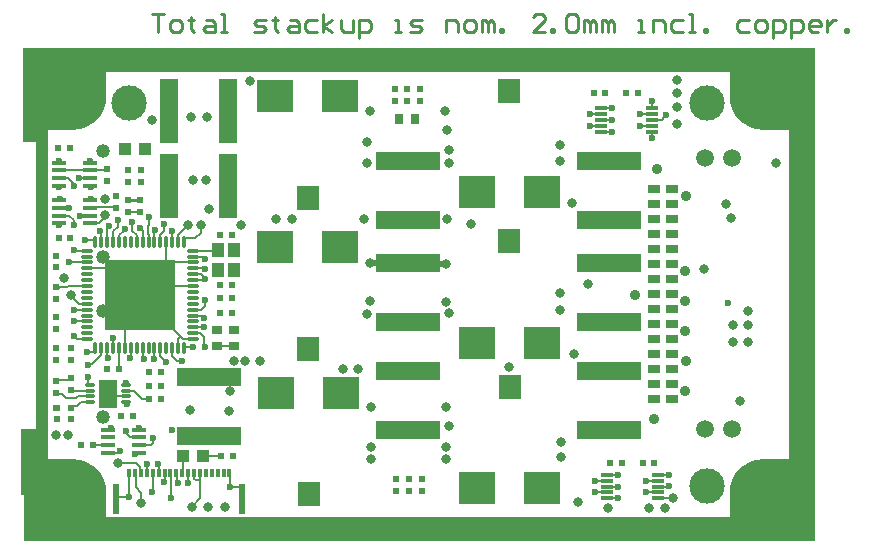
<source format=gtl>
G04 Layer_Physical_Order=1*
G04 Layer_Color=255*
%FSLAX44Y44*%
%MOMM*%
G71*
G01*
G75*
%ADD10R,1.5000X5.4000*%
%ADD11R,5.4000X1.5000*%
%ADD12R,1.1000X1.0000*%
G04:AMPARAMS|DCode=13|XSize=0.3mm|YSize=1mm|CornerRadius=0.12mm|HoleSize=0mm|Usage=FLASHONLY|Rotation=180.000|XOffset=0mm|YOffset=0mm|HoleType=Round|Shape=RoundedRectangle|*
%AMROUNDEDRECTD13*
21,1,0.3000,0.7600,0,0,180.0*
21,1,0.0600,1.0000,0,0,180.0*
1,1,0.2400,-0.0300,0.3800*
1,1,0.2400,0.0300,0.3800*
1,1,0.2400,0.0300,-0.3800*
1,1,0.2400,-0.0300,-0.3800*
%
%ADD13ROUNDEDRECTD13*%
G04:AMPARAMS|DCode=14|XSize=0.3mm|YSize=1mm|CornerRadius=0.12mm|HoleSize=0mm|Usage=FLASHONLY|Rotation=90.000|XOffset=0mm|YOffset=0mm|HoleType=Round|Shape=RoundedRectangle|*
%AMROUNDEDRECTD14*
21,1,0.3000,0.7600,0,0,90.0*
21,1,0.0600,1.0000,0,0,90.0*
1,1,0.2400,0.3800,0.0300*
1,1,0.2400,0.3800,-0.0300*
1,1,0.2400,-0.3800,-0.0300*
1,1,0.2400,-0.3800,0.0300*
%
%ADD14ROUNDEDRECTD14*%
%ADD15R,6.0000X6.0000*%
%ADD16R,0.8000X0.9000*%
G04:AMPARAMS|DCode=17|XSize=0.3mm|YSize=1.1mm|CornerRadius=0.075mm|HoleSize=0mm|Usage=FLASHONLY|Rotation=270.000|XOffset=0mm|YOffset=0mm|HoleType=Round|Shape=RoundedRectangle|*
%AMROUNDEDRECTD17*
21,1,0.3000,0.9500,0,0,270.0*
21,1,0.1500,1.1000,0,0,270.0*
1,1,0.1500,-0.4750,-0.0750*
1,1,0.1500,-0.4750,0.0750*
1,1,0.1500,0.4750,0.0750*
1,1,0.1500,0.4750,-0.0750*
%
%ADD17ROUNDEDRECTD17*%
%ADD18R,0.9000X0.8000*%
%ADD19R,1.2200X0.4000*%
%ADD20R,3.1000X2.8000*%
%ADD21R,1.9000X2.0000*%
G04:AMPARAMS|DCode=22|XSize=0.3mm|YSize=0.8mm|CornerRadius=0.075mm|HoleSize=0mm|Usage=FLASHONLY|Rotation=270.000|XOffset=0mm|YOffset=0mm|HoleType=Round|Shape=RoundedRectangle|*
%AMROUNDEDRECTD22*
21,1,0.3000,0.6500,0,0,270.0*
21,1,0.1500,0.8000,0,0,270.0*
1,1,0.1500,-0.3250,-0.0750*
1,1,0.1500,-0.3250,0.0750*
1,1,0.1500,0.3250,0.0750*
1,1,0.1500,0.3250,-0.0750*
%
%ADD22ROUNDEDRECTD22*%
%ADD23R,1.6500X2.4000*%
%ADD24R,0.6000X2.6000*%
%ADD25R,0.3000X0.7000*%
%ADD26R,1.1000X1.2000*%
%ADD27R,1.1400X0.7500*%
%ADD28R,0.6000X0.6000*%
%ADD29R,0.6000X0.6000*%
%ADD30C,0.5000*%
%ADD31C,0.2000*%
%ADD32C,0.3000*%
%ADD33C,0.2500*%
%ADD34C,0.2540*%
%ADD35R,58.8500X2.0300*%
%ADD36R,58.8500X1.9950*%
%ADD37R,2.2250X33.7300*%
%ADD38R,1.0000X33.7000*%
%ADD39C,1.1900*%
%ADD40C,3.0000*%
%ADD41C,6.0000*%
%ADD42C,1.5000*%
%ADD43C,0.8000*%
%ADD44C,0.6000*%
%ADD45C,0.9000*%
%ADD46R,1.5750X33.7300*%
%ADD47R,58.8500X1.3500*%
%ADD48R,4.2000X6.9750*%
%ADD49R,6.9750X4.2000*%
%ADD50R,1.6750X3.9000*%
%ADD51R,1.6750X5.5750*%
%ADD52R,1.2750X0.8500*%
%ADD53R,0.8500X1.2750*%
D10*
X164250Y354950D02*
D03*
X114250D02*
D03*
Y291950D02*
D03*
X164250D02*
D03*
D11*
X148250Y130200D02*
D03*
Y80200D02*
D03*
X316192Y262450D02*
D03*
Y312450D02*
D03*
Y226200D02*
D03*
Y176200D02*
D03*
X316692Y84950D02*
D03*
Y134950D02*
D03*
X486250Y312450D02*
D03*
Y262450D02*
D03*
Y226200D02*
D03*
Y176200D02*
D03*
Y84950D02*
D03*
Y134950D02*
D03*
D12*
X126250Y62700D02*
D03*
X143250D02*
D03*
X93750Y322950D02*
D03*
X76750D02*
D03*
D13*
X51750Y154450D02*
D03*
X56750D02*
D03*
X61750D02*
D03*
X66750D02*
D03*
X71750D02*
D03*
X76750D02*
D03*
X81750D02*
D03*
X86750D02*
D03*
X91750D02*
D03*
X96750D02*
D03*
X101750D02*
D03*
X106750D02*
D03*
X111750D02*
D03*
X116750D02*
D03*
X121750D02*
D03*
X126750D02*
D03*
Y244450D02*
D03*
X121750D02*
D03*
X116750D02*
D03*
X111750D02*
D03*
X106750D02*
D03*
X101750D02*
D03*
X96750D02*
D03*
X91750D02*
D03*
X86750D02*
D03*
X81750D02*
D03*
X76750D02*
D03*
X71750D02*
D03*
X66750D02*
D03*
X61750D02*
D03*
X56750D02*
D03*
X51750D02*
D03*
D14*
X134250Y161950D02*
D03*
Y166950D02*
D03*
Y171950D02*
D03*
Y176950D02*
D03*
Y181950D02*
D03*
Y186950D02*
D03*
Y191950D02*
D03*
Y196950D02*
D03*
Y201950D02*
D03*
Y206950D02*
D03*
Y211950D02*
D03*
Y216950D02*
D03*
Y221950D02*
D03*
Y226950D02*
D03*
Y231950D02*
D03*
Y236950D02*
D03*
X44250D02*
D03*
Y231950D02*
D03*
Y226950D02*
D03*
Y221950D02*
D03*
Y216950D02*
D03*
Y211950D02*
D03*
Y206950D02*
D03*
Y201950D02*
D03*
Y196950D02*
D03*
Y191950D02*
D03*
Y186950D02*
D03*
Y181950D02*
D03*
Y176950D02*
D03*
Y171950D02*
D03*
Y166950D02*
D03*
Y161950D02*
D03*
D15*
X89250Y199450D02*
D03*
D16*
X308500Y348200D02*
D03*
X322500D02*
D03*
D17*
X480000Y337700D02*
D03*
X523000D02*
D03*
Y342700D02*
D03*
Y347700D02*
D03*
X480000Y342700D02*
D03*
Y347700D02*
D03*
Y352700D02*
D03*
Y357700D02*
D03*
X523000Y352700D02*
D03*
Y357700D02*
D03*
X527750Y47167D02*
D03*
Y42167D02*
D03*
X484750Y47167D02*
D03*
Y42167D02*
D03*
Y37167D02*
D03*
Y32167D02*
D03*
X527750Y37167D02*
D03*
Y32167D02*
D03*
Y27167D02*
D03*
X484750D02*
D03*
D18*
X155000Y155950D02*
D03*
Y169950D02*
D03*
X169000Y155950D02*
D03*
Y169950D02*
D03*
D19*
X88600Y78950D02*
D03*
Y72450D02*
D03*
X62400Y85450D02*
D03*
Y78950D02*
D03*
Y72450D02*
D03*
Y65950D02*
D03*
X88600D02*
D03*
Y85450D02*
D03*
X47350Y272950D02*
D03*
Y266450D02*
D03*
X21150Y279450D02*
D03*
Y272950D02*
D03*
Y266450D02*
D03*
Y259950D02*
D03*
X47350D02*
D03*
Y279450D02*
D03*
Y304950D02*
D03*
Y298450D02*
D03*
X21150Y311450D02*
D03*
Y304950D02*
D03*
Y298450D02*
D03*
Y291950D02*
D03*
X47350D02*
D03*
Y311450D02*
D03*
D20*
X204697Y116700D02*
D03*
X259697D02*
D03*
X430197Y35700D02*
D03*
X375197D02*
D03*
X204197Y239700D02*
D03*
X259197D02*
D03*
X429697Y158700D02*
D03*
X374697D02*
D03*
X203947Y367450D02*
D03*
X258947D02*
D03*
X429447Y286450D02*
D03*
X374447D02*
D03*
D21*
X232197Y30700D02*
D03*
X402697Y121700D02*
D03*
X231697Y153700D02*
D03*
X402197Y244700D02*
D03*
X231447Y281450D02*
D03*
X401947Y372450D02*
D03*
D22*
X77250Y108450D02*
D03*
Y113450D02*
D03*
Y118450D02*
D03*
Y123450D02*
D03*
X47250D02*
D03*
Y118450D02*
D03*
Y113450D02*
D03*
Y108450D02*
D03*
D23*
X62250Y115950D02*
D03*
D24*
X69250Y26700D02*
D03*
X176250D02*
D03*
D25*
X165250Y48700D02*
D03*
X160250D02*
D03*
X155250D02*
D03*
X150250D02*
D03*
X145250D02*
D03*
X140250D02*
D03*
X135250D02*
D03*
X130250D02*
D03*
X80250D02*
D03*
X85250D02*
D03*
X90250D02*
D03*
X95250D02*
D03*
X100250D02*
D03*
X105250D02*
D03*
X110250D02*
D03*
X115250D02*
D03*
X120250D02*
D03*
X125250D02*
D03*
D26*
X155250Y220700D02*
D03*
Y237700D02*
D03*
X169250D02*
D03*
Y220700D02*
D03*
D27*
X540100Y111650D02*
D03*
Y124350D02*
D03*
Y137050D02*
D03*
Y149750D02*
D03*
Y162450D02*
D03*
Y175150D02*
D03*
Y187850D02*
D03*
Y200550D02*
D03*
Y213250D02*
D03*
Y225950D02*
D03*
Y238650D02*
D03*
Y251350D02*
D03*
Y264050D02*
D03*
Y276750D02*
D03*
Y289450D02*
D03*
X524500D02*
D03*
Y276750D02*
D03*
Y264050D02*
D03*
Y251350D02*
D03*
Y238650D02*
D03*
Y225950D02*
D03*
Y213250D02*
D03*
Y200550D02*
D03*
Y187850D02*
D03*
Y175150D02*
D03*
Y162450D02*
D03*
Y149750D02*
D03*
Y137050D02*
D03*
Y124350D02*
D03*
Y111650D02*
D03*
D28*
X97500Y111200D02*
D03*
X107500D02*
D03*
X97500Y122700D02*
D03*
X107500D02*
D03*
X71750Y136700D02*
D03*
X61750D02*
D03*
X107500Y134200D02*
D03*
X97500D02*
D03*
X167250Y196700D02*
D03*
X157250D02*
D03*
Y250200D02*
D03*
X167250D02*
D03*
X157250Y208200D02*
D03*
X167250D02*
D03*
X158000Y63200D02*
D03*
X168000D02*
D03*
X20250Y323700D02*
D03*
X30250D02*
D03*
X83750Y96700D02*
D03*
X73750D02*
D03*
X20500Y247200D02*
D03*
X30500D02*
D03*
X157250Y184450D02*
D03*
X167250D02*
D03*
X39300Y72200D02*
D03*
X49300D02*
D03*
X501250Y370700D02*
D03*
X511250D02*
D03*
X473500D02*
D03*
X483500D02*
D03*
X515000Y56950D02*
D03*
X525000D02*
D03*
X497250D02*
D03*
X487250D02*
D03*
D29*
X31000Y128950D02*
D03*
Y118950D02*
D03*
X79250Y294950D02*
D03*
Y304950D02*
D03*
X90250D02*
D03*
Y294950D02*
D03*
X31000Y144700D02*
D03*
Y154700D02*
D03*
X18750Y116450D02*
D03*
Y126450D02*
D03*
X31050Y104000D02*
D03*
Y94000D02*
D03*
X18750Y205950D02*
D03*
Y195950D02*
D03*
X18750Y154700D02*
D03*
Y144700D02*
D03*
X18800Y104000D02*
D03*
Y94000D02*
D03*
X18750Y170450D02*
D03*
Y180450D02*
D03*
Y232700D02*
D03*
Y222700D02*
D03*
X79250Y269950D02*
D03*
Y279950D02*
D03*
X89250Y280000D02*
D03*
Y270000D02*
D03*
X69000Y282950D02*
D03*
Y272950D02*
D03*
X61250Y296200D02*
D03*
Y306200D02*
D03*
X326250Y373700D02*
D03*
Y363700D02*
D03*
X328000Y33700D02*
D03*
Y43700D02*
D03*
X305000Y373700D02*
D03*
Y363700D02*
D03*
X315750Y373700D02*
D03*
Y363700D02*
D03*
X306500Y43700D02*
D03*
Y33700D02*
D03*
X317250Y43700D02*
D03*
Y33700D02*
D03*
D30*
X295250Y226200D02*
X316192D01*
X284500D02*
X295250D01*
X336750Y225950D02*
X348250D01*
X316442D02*
X336750D01*
D31*
X33500Y291500D02*
Y293250D01*
X28300Y298450D02*
X33500Y293250D01*
X21150Y298450D02*
X28300D01*
X38250Y298500D02*
X47300D01*
X86500Y57200D02*
X89750Y53950D01*
Y49700D02*
Y53950D01*
Y49700D02*
X90750Y48700D01*
X165750Y36950D02*
X176000D01*
X165750D02*
X165750Y36950D01*
X165750Y36950D02*
Y48700D01*
X72000Y28700D02*
X80500D01*
Y48700D01*
X100750Y32950D02*
Y48700D01*
X70500Y57200D02*
X86500D01*
X143250Y62700D02*
X157500D01*
X125750Y48700D02*
Y62200D01*
X85750Y36450D02*
X90750Y31450D01*
X47350Y273700D02*
X69000D01*
X71750Y244450D02*
Y249950D01*
X91750Y244450D02*
Y253750D01*
X101750Y244450D02*
Y255500D01*
X111750Y221950D02*
Y244450D01*
X134250Y211950D02*
X145750D01*
X140750Y216950D02*
X145750Y211950D01*
X134250Y216950D02*
X140750D01*
X134250Y221950D02*
X144250D01*
X96750Y206950D02*
X134250D01*
Y236950D02*
X154500D01*
X134250Y231950D02*
X142250D01*
X116750Y226950D02*
X134250D01*
X77250Y118450D02*
X84250D01*
X64750Y113450D02*
X77250D01*
X66750Y154450D02*
Y163200D01*
X61750Y145700D02*
Y154450D01*
X33500Y176950D02*
X44250D01*
X120750Y41700D02*
X121750Y40700D01*
X120750Y41700D02*
Y48700D01*
X110750Y41700D02*
Y48700D01*
X109750Y40700D02*
X110750Y41700D01*
X115750Y29450D02*
Y48700D01*
X105750D02*
Y56200D01*
X76750Y154450D02*
Y186950D01*
X71750Y136950D02*
Y154450D01*
X77500Y82700D02*
X81250Y78950D01*
X77500Y82700D02*
Y84450D01*
X81250Y78950D02*
X88600D01*
X49300Y72450D02*
X62400D01*
Y65950D02*
X73000D01*
X30750Y118450D02*
X47250D01*
X95750Y48700D02*
Y56200D01*
X85750Y36450D02*
Y46700D01*
X130250Y40700D02*
Y48700D01*
X33500Y258950D02*
Y262700D01*
X29750Y266450D02*
X33500Y262700D01*
X21150Y266450D02*
X29750D01*
X21150Y304950D02*
X47350D01*
X60500D01*
X513000Y352700D02*
X523000D01*
X513000Y342700D02*
X523000D01*
X480000Y337700D02*
X489500D01*
X470500Y342700D02*
X480000D01*
Y347700D02*
X489500D01*
X470500Y352700D02*
X480000D01*
Y357700D02*
X489500D01*
X475033Y42167D02*
X484750D01*
Y47167D02*
X494217D01*
X484750Y37167D02*
X494217D01*
X475033Y32167D02*
X484750D01*
Y27167D02*
X494216D01*
X518250Y32200D02*
X527717D01*
X527750Y37167D02*
X536967D01*
X518283Y42167D02*
X527750D01*
Y47167D02*
X537217D01*
X527750Y27167D02*
X537217D01*
X81750Y148000D02*
Y154450D01*
X91750Y148000D02*
Y154450D01*
X71750Y249950D02*
X75750Y253950D01*
X88600Y72450D02*
X98750D01*
X100250Y73950D01*
Y78700D01*
X134750Y181950D02*
X141250D01*
X134500Y171950D02*
X143750D01*
X134750Y186950D02*
X141250D01*
X141250Y181950D02*
X142750Y180450D01*
X141250Y186950D02*
X144250Y189950D01*
X36250Y161950D02*
X44250D01*
X33250Y164950D02*
X36250Y161950D01*
X86750Y244450D02*
Y250200D01*
X522750Y337450D02*
X523000Y337700D01*
X522750Y331950D02*
Y337450D01*
X523000Y347700D02*
X531250D01*
X533250Y349700D01*
Y352200D01*
X523000Y357700D02*
Y363700D01*
X90750Y22950D02*
Y31450D01*
X45000Y151200D02*
X51750D01*
Y154450D01*
X34250Y236950D02*
X44250D01*
X42750Y246200D02*
X51750D01*
X61750Y244450D02*
X61750Y244450D01*
X144250Y189950D02*
Y194700D01*
X101750Y145950D02*
Y154700D01*
X56750Y244450D02*
Y252450D01*
X61750Y244450D02*
X62250Y244950D01*
X61750Y245450D02*
X62250Y244950D01*
X61750Y245450D02*
Y259200D01*
X47350Y259950D02*
X48100Y260700D01*
X106750Y147700D02*
Y154450D01*
Y147700D02*
X110750Y143700D01*
X112000D01*
X121750Y154450D02*
Y162000D01*
X125550Y162450D02*
X133750D01*
X134250Y161950D01*
Y166950D02*
X140250D01*
X143750Y163450D01*
Y155950D02*
Y163450D01*
X116750Y244450D02*
Y255450D01*
X84250Y118450D02*
X91250Y111450D01*
X95500D01*
X45500Y123450D02*
Y129700D01*
Y123450D02*
X47250D01*
X45500Y139950D02*
X46250Y140700D01*
X49250D01*
X56750Y148200D01*
Y154450D01*
X121750Y244450D02*
Y250450D01*
X39750Y108450D02*
X47250D01*
X36550Y105250D02*
X39750Y108450D01*
X29500Y226950D02*
X44250D01*
X130000Y258700D02*
Y258750D01*
X121750Y250450D02*
X130000Y258700D01*
X141000Y251950D02*
Y258200D01*
X80000Y146250D02*
X81750Y148000D01*
X91750Y148000D02*
X93500Y146250D01*
X81250Y144950D02*
X81750Y144450D01*
X81250Y144950D02*
Y146000D01*
X20500Y205200D02*
X21300Y206000D01*
X44250Y221950D02*
X66750D01*
X33500Y186250D02*
X34200Y186950D01*
X44250D01*
X37550Y191950D02*
X44250D01*
X30750Y198750D02*
Y199500D01*
Y198750D02*
X37550Y191950D01*
X18750Y116450D02*
X19950Y115250D01*
X23250D01*
X26500Y112000D01*
X35500D01*
X36950Y113450D01*
X47250D01*
X31500Y105250D02*
X36550D01*
X19800Y127500D02*
X29550D01*
X31000Y128950D01*
X142250Y231950D02*
X144750Y229450D01*
X126750Y244450D02*
Y247250D01*
X136300D01*
X141000Y251950D01*
X21300Y206000D02*
X27750D01*
X28700Y206950D01*
X44250D01*
X127050Y155000D02*
X134750D01*
X116750Y171250D02*
Y171950D01*
Y171250D02*
X124525Y163475D01*
X117250Y170750D02*
X125550Y162450D01*
X121750Y162000D02*
X123500Y163750D01*
X66750Y244450D02*
Y253250D01*
X70750Y257250D01*
Y263000D01*
X48100Y260700D02*
X54700D01*
X59750Y265750D01*
Y266700D01*
X83000Y253950D02*
Y261250D01*
Y253950D02*
X86750Y250200D01*
X89250Y256250D02*
X91750Y253750D01*
X79250Y269950D02*
X89200D01*
X106750Y244450D02*
Y250250D01*
X109750Y253250D01*
X108125Y259625D02*
X109750Y258000D01*
Y253250D02*
Y258000D01*
X96250Y251000D02*
X96750Y250500D01*
X96250Y251000D02*
Y257500D01*
X97500Y258750D01*
Y263500D01*
X96750Y264250D02*
X97500Y263500D01*
X96750Y243700D02*
Y244450D01*
Y250500D01*
X116750Y147500D02*
Y154450D01*
Y147500D02*
X121000Y143250D01*
X124250D01*
X133250Y20250D02*
X140250Y27250D01*
X135250Y43750D02*
Y48700D01*
Y43750D02*
X136500Y42500D01*
X140250D01*
Y27250D02*
Y42500D01*
Y48700D01*
X155000Y155950D02*
X169000D01*
D32*
X153500Y154950D02*
Y155100D01*
X153750Y154700D02*
X155000Y155950D01*
X153500Y154950D02*
X153750Y154700D01*
D33*
X79300Y280000D02*
X89250D01*
D34*
X99750Y436985D02*
X109907D01*
X104828D01*
Y421750D01*
X117524D02*
X122603D01*
X125142Y424289D01*
Y429367D01*
X122603Y431907D01*
X117524D01*
X114985Y429367D01*
Y424289D01*
X117524Y421750D01*
X132759Y434446D02*
Y431907D01*
X130220D01*
X135299D01*
X132759D01*
Y424289D01*
X135299Y421750D01*
X145455Y431907D02*
X150534D01*
X153073Y429367D01*
Y421750D01*
X145455D01*
X142916Y424289D01*
X145455Y426828D01*
X153073D01*
X158151Y421750D02*
X163229D01*
X160690D01*
Y436985D01*
X158151D01*
X186082Y421750D02*
X193700D01*
X196239Y424289D01*
X193700Y426828D01*
X188621D01*
X186082Y429367D01*
X188621Y431907D01*
X196239D01*
X203856Y434446D02*
Y431907D01*
X201317D01*
X206395D01*
X203856D01*
Y424289D01*
X206395Y421750D01*
X216552Y431907D02*
X221630D01*
X224170Y429367D01*
Y421750D01*
X216552D01*
X214013Y424289D01*
X216552Y426828D01*
X224170D01*
X239405Y431907D02*
X231787D01*
X229248Y429367D01*
Y424289D01*
X231787Y421750D01*
X239405D01*
X244483D02*
Y436985D01*
Y426828D02*
X252101Y431907D01*
X244483Y426828D02*
X252101Y421750D01*
X259718Y431907D02*
Y424289D01*
X262257Y421750D01*
X269875D01*
Y431907D01*
X274953Y416672D02*
Y431907D01*
X282571D01*
X285110Y429367D01*
Y424289D01*
X282571Y421750D01*
X274953D01*
X305423D02*
X310502D01*
X307963D01*
Y431907D01*
X305423D01*
X318119Y421750D02*
X325737D01*
X328276Y424289D01*
X325737Y426828D01*
X320658D01*
X318119Y429367D01*
X320658Y431907D01*
X328276D01*
X348590Y421750D02*
Y431907D01*
X356207D01*
X358746Y429367D01*
Y421750D01*
X366364D02*
X371442D01*
X373981Y424289D01*
Y429367D01*
X371442Y431907D01*
X366364D01*
X363825Y429367D01*
Y424289D01*
X366364Y421750D01*
X379060D02*
Y431907D01*
X381599D01*
X384138Y429367D01*
Y421750D01*
Y429367D01*
X386677Y431907D01*
X389216Y429367D01*
Y421750D01*
X394295D02*
Y424289D01*
X396834D01*
Y421750D01*
X394295D01*
X432382D02*
X422226D01*
X432382Y431907D01*
Y434446D01*
X429843Y436985D01*
X424765D01*
X422226Y434446D01*
X437461Y421750D02*
Y424289D01*
X440000D01*
Y421750D01*
X437461D01*
X450157Y434446D02*
X452696Y436985D01*
X457774D01*
X460313Y434446D01*
Y424289D01*
X457774Y421750D01*
X452696D01*
X450157Y424289D01*
Y434446D01*
X465392Y421750D02*
Y431907D01*
X467931D01*
X470470Y429367D01*
Y421750D01*
Y429367D01*
X473009Y431907D01*
X475548Y429367D01*
Y421750D01*
X480627D02*
Y431907D01*
X483166D01*
X485705Y429367D01*
Y421750D01*
Y429367D01*
X488244Y431907D01*
X490784Y429367D01*
Y421750D01*
X511097D02*
X516175D01*
X513636D01*
Y431907D01*
X511097D01*
X523793Y421750D02*
Y431907D01*
X531410D01*
X533950Y429367D01*
Y421750D01*
X549185Y431907D02*
X541567D01*
X539028Y429367D01*
Y424289D01*
X541567Y421750D01*
X549185D01*
X554263D02*
X559341D01*
X556802D01*
Y436985D01*
X554263D01*
X566959Y421750D02*
Y424289D01*
X569498D01*
Y421750D01*
X566959D01*
X605047Y431907D02*
X597429D01*
X594890Y429367D01*
Y424289D01*
X597429Y421750D01*
X605047D01*
X612664D02*
X617742D01*
X620282Y424289D01*
Y429367D01*
X617742Y431907D01*
X612664D01*
X610125Y429367D01*
Y424289D01*
X612664Y421750D01*
X625360Y416672D02*
Y431907D01*
X632977D01*
X635517Y429367D01*
Y424289D01*
X632977Y421750D01*
X625360D01*
X640595Y416672D02*
Y431907D01*
X648213D01*
X650752Y429367D01*
Y424289D01*
X648213Y421750D01*
X640595D01*
X663448D02*
X658369D01*
X655830Y424289D01*
Y429367D01*
X658369Y431907D01*
X663448D01*
X665987Y429367D01*
Y426828D01*
X655830D01*
X671065Y431907D02*
Y421750D01*
Y426828D01*
X673604Y429367D01*
X676143Y431907D01*
X678683D01*
X686300Y421750D02*
Y424289D01*
X688839D01*
Y421750D01*
X686300D01*
D35*
X324750Y398350D02*
D03*
D36*
X325500Y1475D02*
D03*
D37*
X649625Y200050D02*
D03*
D38*
X6500Y199700D02*
D03*
D39*
X58250Y321200D02*
D03*
Y231200D02*
D03*
Y96200D02*
D03*
Y186200D02*
D03*
D40*
X569900Y361850D02*
D03*
Y37850D02*
D03*
X79900Y361850D02*
D03*
D41*
X31250Y31200D02*
D03*
Y368500D02*
D03*
X618550D02*
D03*
Y31200D02*
D03*
D42*
X568200Y315450D02*
D03*
Y85650D02*
D03*
X590800D02*
D03*
Y315450D02*
D03*
D43*
X282000Y329000D02*
D03*
X351250Y184000D02*
D03*
X282000Y183500D02*
D03*
X274000Y136750D02*
D03*
X279000Y263700D02*
D03*
X567000Y221450D02*
D03*
X643000Y63200D02*
D03*
X6500Y337700D02*
D03*
X6750Y62700D02*
D03*
X583500Y392950D02*
D03*
X643250Y318700D02*
D03*
X214000Y6450D02*
D03*
X569750D02*
D03*
X59000D02*
D03*
X70500Y57200D02*
D03*
X90500Y22950D02*
D03*
X589500Y264750D02*
D03*
X543750Y358700D02*
D03*
X520250Y18750D02*
D03*
X485750Y18950D02*
D03*
X146250Y350450D02*
D03*
X174600Y258700D02*
D03*
X284250Y355450D02*
D03*
X348000D02*
D03*
X284500Y226200D02*
D03*
X285000Y104700D02*
D03*
X348750D02*
D03*
Y60700D02*
D03*
X285000Y70700D02*
D03*
Y60200D02*
D03*
X591750Y159450D02*
D03*
X604000Y173950D02*
D03*
Y185450D02*
D03*
X591750Y173950D02*
D03*
X145000Y296950D02*
D03*
X604000Y159450D02*
D03*
X543750Y381700D02*
D03*
Y370700D02*
D03*
X348250Y225950D02*
D03*
X540500Y27200D02*
D03*
X134250Y296950D02*
D03*
X191000Y143700D02*
D03*
X59750Y266700D02*
D03*
X68000Y392950D02*
D03*
X597250Y109950D02*
D03*
X627750Y310700D02*
D03*
X99500Y347700D02*
D03*
X402250Y138250D02*
D03*
X132000Y101700D02*
D03*
X349250Y263700D02*
D03*
X132500Y350200D02*
D03*
X178750Y143700D02*
D03*
X168750D02*
D03*
X165250Y101450D02*
D03*
X182250Y380950D02*
D03*
X218250Y263700D02*
D03*
X130000Y258200D02*
D03*
X585750Y276000D02*
D03*
X543750Y344000D02*
D03*
X141000Y258200D02*
D03*
X147750Y271750D02*
D03*
X205000Y263700D02*
D03*
X25500Y214000D02*
D03*
X30750Y199500D02*
D03*
X59750Y280750D02*
D03*
X165750Y118450D02*
D03*
X28250Y80500D02*
D03*
X18000D02*
D03*
X457250Y149250D02*
D03*
X460750Y24500D02*
D03*
X455500Y277250D02*
D03*
X348750Y193750D02*
D03*
X284000Y194250D02*
D03*
X351250Y311500D02*
D03*
Y321750D02*
D03*
X282000Y311500D02*
D03*
X348750Y70750D02*
D03*
X133250Y20250D02*
D03*
X146750D02*
D03*
X161750D02*
D03*
X445750Y62500D02*
D03*
Y75000D02*
D03*
X445250Y187000D02*
D03*
Y200750D02*
D03*
X444750Y312500D02*
D03*
Y326250D02*
D03*
X261500Y137000D02*
D03*
X369700Y259500D02*
D03*
X350750Y88500D02*
D03*
X469000Y208750D02*
D03*
X349000Y339000D02*
D03*
X534250Y18750D02*
D03*
D44*
X109750Y259750D02*
D03*
X38250Y298500D02*
D03*
X47750Y291000D02*
D03*
X33500Y291500D02*
D03*
X115750Y27750D02*
D03*
X524500Y276750D02*
D03*
Y289450D02*
D03*
X539500D02*
D03*
Y276750D02*
D03*
Y264050D02*
D03*
X524500D02*
D03*
Y251350D02*
D03*
X539500D02*
D03*
Y238650D02*
D03*
X524500D02*
D03*
Y225950D02*
D03*
X539500D02*
D03*
Y213250D02*
D03*
X524500D02*
D03*
Y200550D02*
D03*
X539500D02*
D03*
Y187850D02*
D03*
X524500D02*
D03*
Y175150D02*
D03*
X539500D02*
D03*
Y162450D02*
D03*
X524500D02*
D03*
Y149750D02*
D03*
X539500D02*
D03*
X524500Y124350D02*
D03*
Y137050D02*
D03*
X539500D02*
D03*
Y124350D02*
D03*
Y111650D02*
D03*
X524500D02*
D03*
X587250Y192200D02*
D03*
X107500Y122700D02*
D03*
X97500D02*
D03*
X165750Y36950D02*
D03*
X99500Y32450D02*
D03*
X125750Y62700D02*
D03*
X143750Y62950D02*
D03*
X116750Y253950D02*
D03*
X316625Y312450D02*
D03*
X337250D02*
D03*
X296000D02*
D03*
X144750Y213200D02*
D03*
X114750Y206950D02*
D03*
X144750Y221450D02*
D03*
X155250Y237700D02*
D03*
X169250D02*
D03*
Y220700D02*
D03*
X76250Y222200D02*
D03*
X89250Y199450D02*
D03*
X112500Y175950D02*
D03*
X155250Y220700D02*
D03*
X77500Y124950D02*
D03*
X202250Y248950D02*
D03*
X193000D02*
D03*
X164250Y274200D02*
D03*
X114250Y310700D02*
D03*
X113750Y274200D02*
D03*
X475500Y176450D02*
D03*
X466500D02*
D03*
X467000Y226200D02*
D03*
X507750Y225950D02*
D03*
X507000Y262450D02*
D03*
X468000D02*
D03*
X476000Y311700D02*
D03*
X466750D02*
D03*
X498250D02*
D03*
X506500D02*
D03*
X295250Y226200D02*
D03*
X336750Y225950D02*
D03*
X401947Y372450D02*
D03*
X231447Y281450D02*
D03*
X231697Y153700D02*
D03*
X402197Y244700D02*
D03*
X375750Y296950D02*
D03*
X362250D02*
D03*
X270250Y357450D02*
D03*
X261500D02*
D03*
X114000Y335950D02*
D03*
X114250Y373950D02*
D03*
X441500Y296950D02*
D03*
X430250D02*
D03*
X204000Y356950D02*
D03*
X192000D02*
D03*
X164500Y337200D02*
D03*
X164000Y373700D02*
D03*
X376000Y169200D02*
D03*
X362500D02*
D03*
X270500Y229700D02*
D03*
X261750D02*
D03*
X441750Y169200D02*
D03*
X430500D02*
D03*
X507750Y176450D02*
D03*
X498000D02*
D03*
X336750Y262450D02*
D03*
X295500Y262200D02*
D03*
X337250Y175950D02*
D03*
X295500D02*
D03*
X72750Y67450D02*
D03*
X168000Y63200D02*
D03*
X105000Y56450D02*
D03*
X121750Y40000D02*
D03*
X109750Y40700D02*
D03*
X62250Y145600D02*
D03*
X66750Y162700D02*
D03*
X76750Y173950D02*
D03*
X77500Y84450D02*
D03*
X85500Y64950D02*
D03*
X64750Y86450D02*
D03*
X88750D02*
D03*
X62250Y108950D02*
D03*
Y122950D02*
D03*
X95750Y56450D02*
D03*
X80500Y28450D02*
D03*
X29500Y226950D02*
D03*
X47750Y280450D02*
D03*
X39000Y266450D02*
D03*
X21500Y280450D02*
D03*
X21000Y258950D02*
D03*
X33500D02*
D03*
X29450Y272950D02*
D03*
X47500Y312450D02*
D03*
X21250Y290950D02*
D03*
Y312450D02*
D03*
X322500Y348200D02*
D03*
X308500D02*
D03*
X513000Y352700D02*
D03*
Y342700D02*
D03*
X489500Y347700D02*
D03*
Y357700D02*
D03*
X470500Y352700D02*
D03*
Y342700D02*
D03*
X489500Y337700D02*
D03*
X537250Y37450D02*
D03*
X494250Y27200D02*
D03*
Y37200D02*
D03*
X475000Y42200D02*
D03*
X494250Y47200D02*
D03*
X537250D02*
D03*
X475000Y32200D02*
D03*
X518250D02*
D03*
Y42200D02*
D03*
X442250Y46200D02*
D03*
X431000D02*
D03*
X363000D02*
D03*
X376500D02*
D03*
X465250Y85200D02*
D03*
X498250D02*
D03*
X508000D02*
D03*
X473250D02*
D03*
X271000Y106700D02*
D03*
X262250D02*
D03*
X402750Y121950D02*
D03*
X337250Y84950D02*
D03*
X296000Y84700D02*
D03*
X337000Y134950D02*
D03*
X296000D02*
D03*
X232197Y30700D02*
D03*
X192750Y106200D02*
D03*
X204750D02*
D03*
X507000Y134950D02*
D03*
X466750Y134700D02*
D03*
X129250Y80200D02*
D03*
X167250Y79950D02*
D03*
X129500Y129950D02*
D03*
X166000D02*
D03*
X100250Y78700D02*
D03*
X78250Y106950D02*
D03*
X33500Y176950D02*
D03*
X169000Y170950D02*
D03*
X155000D02*
D03*
X144000Y171950D02*
D03*
Y180200D02*
D03*
X111750Y142950D02*
D03*
X33250Y164950D02*
D03*
X522750Y331950D02*
D03*
X93750Y322950D02*
D03*
X76750D02*
D03*
X523000Y363700D02*
D03*
X534750Y351450D02*
D03*
X69000Y282950D02*
D03*
Y272950D02*
D03*
X34000Y237200D02*
D03*
X45000Y151200D02*
D03*
X42750Y246200D02*
D03*
X55750Y253450D02*
D03*
X144250Y194700D02*
D03*
X306500Y33700D02*
D03*
X317250D02*
D03*
X328000D02*
D03*
Y43700D02*
D03*
X317250D02*
D03*
X306500D02*
D03*
X315750Y373700D02*
D03*
X326250D02*
D03*
Y363700D02*
D03*
X315750D02*
D03*
X305000D02*
D03*
Y373700D02*
D03*
X483500Y370700D02*
D03*
X473500D02*
D03*
X501250D02*
D03*
X511250D02*
D03*
X487250Y56950D02*
D03*
X497250D02*
D03*
X515000D02*
D03*
X525000D02*
D03*
X39300Y72200D02*
D03*
X49300D02*
D03*
X83750Y96700D02*
D03*
X73750D02*
D03*
X18800Y94000D02*
D03*
X31000Y118950D02*
D03*
X18750Y116450D02*
D03*
Y126450D02*
D03*
X31000Y144700D02*
D03*
X18750D02*
D03*
X31000Y154700D02*
D03*
X18750D02*
D03*
Y170450D02*
D03*
Y180450D02*
D03*
X18750Y195950D02*
D03*
Y205950D02*
D03*
X18750Y222700D02*
D03*
Y232700D02*
D03*
X30500Y247200D02*
D03*
X157250Y250200D02*
D03*
X167250D02*
D03*
Y208200D02*
D03*
X157250D02*
D03*
Y196700D02*
D03*
Y184450D02*
D03*
X167250D02*
D03*
Y196700D02*
D03*
X97500Y111200D02*
D03*
X107500D02*
D03*
Y134200D02*
D03*
X97500D02*
D03*
X61750Y136700D02*
D03*
X71750D02*
D03*
X20250Y323700D02*
D03*
X61250Y306200D02*
D03*
Y296200D02*
D03*
X79250Y294950D02*
D03*
X90250D02*
D03*
Y304950D02*
D03*
X79250D02*
D03*
Y279950D02*
D03*
Y269950D02*
D03*
X45750Y139950D02*
D03*
X31050Y94000D02*
D03*
Y104000D02*
D03*
X116250Y85450D02*
D03*
X164250Y287450D02*
D03*
Y296200D02*
D03*
X93250Y145250D02*
D03*
X81250Y146000D02*
D03*
X45750Y129750D02*
D03*
X33500Y186250D02*
D03*
X18750Y104000D02*
D03*
X144750Y229450D02*
D03*
X153500Y155100D02*
D03*
X144250D02*
D03*
X134750D02*
D03*
X76750Y255500D02*
D03*
X70750Y263000D02*
D03*
X63000Y258000D02*
D03*
X83000Y261250D02*
D03*
X89250Y256250D02*
D03*
X101250Y145250D02*
D03*
X102500Y254500D02*
D03*
X97500Y265250D02*
D03*
X111250Y218750D02*
D03*
X124750Y143450D02*
D03*
X20500Y247200D02*
D03*
X30250Y323700D02*
D03*
X130500Y40000D02*
D03*
D45*
X508250Y199200D02*
D03*
X524750Y94200D02*
D03*
X527250Y306450D02*
D03*
X552000Y283200D02*
D03*
X551250Y219700D02*
D03*
X551000Y194200D02*
D03*
X551250Y168700D02*
D03*
X551500Y143700D02*
D03*
X551000Y117950D02*
D03*
D46*
X652875Y200050D02*
D03*
D47*
X325500Y-2000D02*
D03*
X325000Y401750D02*
D03*
D48*
X639500Y373625D02*
D03*
X639750Y26125D02*
D03*
X11250Y373625D02*
D03*
X12500Y26125D02*
D03*
D49*
X623875Y387000D02*
D03*
X623625Y12250D02*
D03*
X25875Y386750D02*
D03*
X26125Y12250D02*
D03*
D50*
X-1375Y348250D02*
D03*
D51*
X-3125Y57625D02*
D03*
D52*
X585875Y393250D02*
D03*
X65875Y393000D02*
D03*
D53*
X643000Y61125D02*
D03*
X6500Y57625D02*
D03*
X3000Y60375D02*
D03*
X58750Y3875D02*
D03*
M02*

</source>
